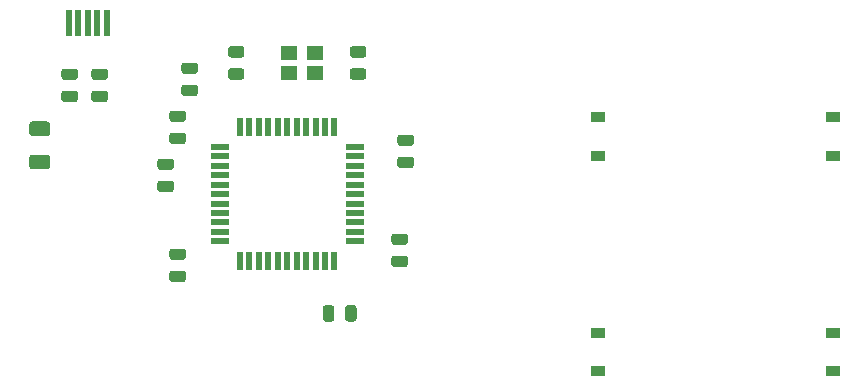
<source format=gbp>
%TF.GenerationSoftware,KiCad,Pcbnew,(5.1.6)-1*%
%TF.CreationDate,2020-06-28T09:04:37-05:00*%
%TF.ProjectId,PcbTUT,50636254-5554-42e6-9b69-6361645f7063,rev?*%
%TF.SameCoordinates,Original*%
%TF.FileFunction,Paste,Bot*%
%TF.FilePolarity,Positive*%
%FSLAX46Y46*%
G04 Gerber Fmt 4.6, Leading zero omitted, Abs format (unit mm)*
G04 Created by KiCad (PCBNEW (5.1.6)-1) date 2020-06-28 09:04:37*
%MOMM*%
%LPD*%
G01*
G04 APERTURE LIST*
%ADD10R,1.400000X1.200000*%
%ADD11R,0.500000X2.250000*%
%ADD12R,0.550000X1.500000*%
%ADD13R,1.500000X0.550000*%
%ADD14R,1.200000X0.900000*%
G04 APERTURE END LIST*
D10*
%TO.C,Y1*%
X91873250Y-88177000D03*
X89673250Y-88177000D03*
X89673250Y-89877000D03*
X91873250Y-89877000D03*
%TD*%
D11*
%TO.C,USB1*%
X71044000Y-85627600D03*
X71844000Y-85627600D03*
X72644000Y-85627600D03*
X73444000Y-85627600D03*
X74244000Y-85627600D03*
%TD*%
D12*
%TO.C,U1*%
X85535000Y-105839500D03*
X86335000Y-105839500D03*
X87135000Y-105839500D03*
X87935000Y-105839500D03*
X88735000Y-105839500D03*
X89535000Y-105839500D03*
X90335000Y-105839500D03*
X91135000Y-105839500D03*
X91935000Y-105839500D03*
X92735000Y-105839500D03*
X93535000Y-105839500D03*
D13*
X95235000Y-104139500D03*
X95235000Y-103339500D03*
X95235000Y-102539500D03*
X95235000Y-101739500D03*
X95235000Y-100939500D03*
X95235000Y-100139500D03*
X95235000Y-99339500D03*
X95235000Y-98539500D03*
X95235000Y-97739500D03*
X95235000Y-96939500D03*
X95235000Y-96139500D03*
D12*
X93535000Y-94439500D03*
X92735000Y-94439500D03*
X91935000Y-94439500D03*
X91135000Y-94439500D03*
X90335000Y-94439500D03*
X89535000Y-94439500D03*
X88735000Y-94439500D03*
X87935000Y-94439500D03*
X87135000Y-94439500D03*
X86335000Y-94439500D03*
X85535000Y-94439500D03*
D13*
X83835000Y-96139500D03*
X83835000Y-96939500D03*
X83835000Y-97739500D03*
X83835000Y-98539500D03*
X83835000Y-99339500D03*
X83835000Y-100139500D03*
X83835000Y-100939500D03*
X83835000Y-101739500D03*
X83835000Y-102539500D03*
X83835000Y-103339500D03*
X83835000Y-104139500D03*
%TD*%
%TO.C,R4*%
G36*
G01*
X71576250Y-90482000D02*
X70663750Y-90482000D01*
G75*
G02*
X70420000Y-90238250I0J243750D01*
G01*
X70420000Y-89750750D01*
G75*
G02*
X70663750Y-89507000I243750J0D01*
G01*
X71576250Y-89507000D01*
G75*
G02*
X71820000Y-89750750I0J-243750D01*
G01*
X71820000Y-90238250D01*
G75*
G02*
X71576250Y-90482000I-243750J0D01*
G01*
G37*
G36*
G01*
X71576250Y-92357000D02*
X70663750Y-92357000D01*
G75*
G02*
X70420000Y-92113250I0J243750D01*
G01*
X70420000Y-91625750D01*
G75*
G02*
X70663750Y-91382000I243750J0D01*
G01*
X71576250Y-91382000D01*
G75*
G02*
X71820000Y-91625750I0J-243750D01*
G01*
X71820000Y-92113250D01*
G75*
G02*
X71576250Y-92357000I-243750J0D01*
G01*
G37*
%TD*%
%TO.C,R3*%
G36*
G01*
X79807750Y-94938000D02*
X80720250Y-94938000D01*
G75*
G02*
X80964000Y-95181750I0J-243750D01*
G01*
X80964000Y-95669250D01*
G75*
G02*
X80720250Y-95913000I-243750J0D01*
G01*
X79807750Y-95913000D01*
G75*
G02*
X79564000Y-95669250I0J243750D01*
G01*
X79564000Y-95181750D01*
G75*
G02*
X79807750Y-94938000I243750J0D01*
G01*
G37*
G36*
G01*
X79807750Y-93063000D02*
X80720250Y-93063000D01*
G75*
G02*
X80964000Y-93306750I0J-243750D01*
G01*
X80964000Y-93794250D01*
G75*
G02*
X80720250Y-94038000I-243750J0D01*
G01*
X79807750Y-94038000D01*
G75*
G02*
X79564000Y-93794250I0J243750D01*
G01*
X79564000Y-93306750D01*
G75*
G02*
X79807750Y-93063000I243750J0D01*
G01*
G37*
%TD*%
%TO.C,R2*%
G36*
G01*
X74116250Y-90482000D02*
X73203750Y-90482000D01*
G75*
G02*
X72960000Y-90238250I0J243750D01*
G01*
X72960000Y-89750750D01*
G75*
G02*
X73203750Y-89507000I243750J0D01*
G01*
X74116250Y-89507000D01*
G75*
G02*
X74360000Y-89750750I0J-243750D01*
G01*
X74360000Y-90238250D01*
G75*
G02*
X74116250Y-90482000I-243750J0D01*
G01*
G37*
G36*
G01*
X74116250Y-92357000D02*
X73203750Y-92357000D01*
G75*
G02*
X72960000Y-92113250I0J243750D01*
G01*
X72960000Y-91625750D01*
G75*
G02*
X73203750Y-91382000I243750J0D01*
G01*
X74116250Y-91382000D01*
G75*
G02*
X74360000Y-91625750I0J-243750D01*
G01*
X74360000Y-92113250D01*
G75*
G02*
X74116250Y-92357000I-243750J0D01*
G01*
G37*
%TD*%
%TO.C,R1*%
G36*
G01*
X99516250Y-104452000D02*
X98603750Y-104452000D01*
G75*
G02*
X98360000Y-104208250I0J243750D01*
G01*
X98360000Y-103720750D01*
G75*
G02*
X98603750Y-103477000I243750J0D01*
G01*
X99516250Y-103477000D01*
G75*
G02*
X99760000Y-103720750I0J-243750D01*
G01*
X99760000Y-104208250D01*
G75*
G02*
X99516250Y-104452000I-243750J0D01*
G01*
G37*
G36*
G01*
X99516250Y-106327000D02*
X98603750Y-106327000D01*
G75*
G02*
X98360000Y-106083250I0J243750D01*
G01*
X98360000Y-105595750D01*
G75*
G02*
X98603750Y-105352000I243750J0D01*
G01*
X99516250Y-105352000D01*
G75*
G02*
X99760000Y-105595750I0J-243750D01*
G01*
X99760000Y-106083250D01*
G75*
G02*
X99516250Y-106327000I-243750J0D01*
G01*
G37*
%TD*%
%TO.C,F1*%
G36*
G01*
X69205000Y-95237000D02*
X67955000Y-95237000D01*
G75*
G02*
X67705000Y-94987000I0J250000D01*
G01*
X67705000Y-94237000D01*
G75*
G02*
X67955000Y-93987000I250000J0D01*
G01*
X69205000Y-93987000D01*
G75*
G02*
X69455000Y-94237000I0J-250000D01*
G01*
X69455000Y-94987000D01*
G75*
G02*
X69205000Y-95237000I-250000J0D01*
G01*
G37*
G36*
G01*
X69205000Y-98037000D02*
X67955000Y-98037000D01*
G75*
G02*
X67705000Y-97787000I0J250000D01*
G01*
X67705000Y-97037000D01*
G75*
G02*
X67955000Y-96787000I250000J0D01*
G01*
X69205000Y-96787000D01*
G75*
G02*
X69455000Y-97037000I0J-250000D01*
G01*
X69455000Y-97787000D01*
G75*
G02*
X69205000Y-98037000I-250000J0D01*
G01*
G37*
%TD*%
D14*
%TO.C,D4*%
X135731250Y-111856250D03*
X135731250Y-115156250D03*
%TD*%
%TO.C,D3*%
X115887500Y-111856250D03*
X115887500Y-115156250D03*
%TD*%
%TO.C,D2*%
X135731250Y-93600000D03*
X135731250Y-96900000D03*
%TD*%
%TO.C,D1*%
X115887500Y-93600000D03*
X115887500Y-96900000D03*
%TD*%
%TO.C,C7*%
G36*
G01*
X84760750Y-89477000D02*
X85673250Y-89477000D01*
G75*
G02*
X85917000Y-89720750I0J-243750D01*
G01*
X85917000Y-90208250D01*
G75*
G02*
X85673250Y-90452000I-243750J0D01*
G01*
X84760750Y-90452000D01*
G75*
G02*
X84517000Y-90208250I0J243750D01*
G01*
X84517000Y-89720750D01*
G75*
G02*
X84760750Y-89477000I243750J0D01*
G01*
G37*
G36*
G01*
X84760750Y-87602000D02*
X85673250Y-87602000D01*
G75*
G02*
X85917000Y-87845750I0J-243750D01*
G01*
X85917000Y-88333250D01*
G75*
G02*
X85673250Y-88577000I-243750J0D01*
G01*
X84760750Y-88577000D01*
G75*
G02*
X84517000Y-88333250I0J243750D01*
G01*
X84517000Y-87845750D01*
G75*
G02*
X84760750Y-87602000I243750J0D01*
G01*
G37*
%TD*%
%TO.C,c6*%
G36*
G01*
X95992000Y-88577000D02*
X95079500Y-88577000D01*
G75*
G02*
X94835750Y-88333250I0J243750D01*
G01*
X94835750Y-87845750D01*
G75*
G02*
X95079500Y-87602000I243750J0D01*
G01*
X95992000Y-87602000D01*
G75*
G02*
X96235750Y-87845750I0J-243750D01*
G01*
X96235750Y-88333250D01*
G75*
G02*
X95992000Y-88577000I-243750J0D01*
G01*
G37*
G36*
G01*
X95992000Y-90452000D02*
X95079500Y-90452000D01*
G75*
G02*
X94835750Y-90208250I0J243750D01*
G01*
X94835750Y-89720750D01*
G75*
G02*
X95079500Y-89477000I243750J0D01*
G01*
X95992000Y-89477000D01*
G75*
G02*
X96235750Y-89720750I0J-243750D01*
G01*
X96235750Y-90208250D01*
G75*
G02*
X95992000Y-90452000I-243750J0D01*
G01*
G37*
%TD*%
%TO.C,C5*%
G36*
G01*
X93530000Y-109779750D02*
X93530000Y-110692250D01*
G75*
G02*
X93286250Y-110936000I-243750J0D01*
G01*
X92798750Y-110936000D01*
G75*
G02*
X92555000Y-110692250I0J243750D01*
G01*
X92555000Y-109779750D01*
G75*
G02*
X92798750Y-109536000I243750J0D01*
G01*
X93286250Y-109536000D01*
G75*
G02*
X93530000Y-109779750I0J-243750D01*
G01*
G37*
G36*
G01*
X95405000Y-109779750D02*
X95405000Y-110692250D01*
G75*
G02*
X95161250Y-110936000I-243750J0D01*
G01*
X94673750Y-110936000D01*
G75*
G02*
X94430000Y-110692250I0J243750D01*
G01*
X94430000Y-109779750D01*
G75*
G02*
X94673750Y-109536000I243750J0D01*
G01*
X95161250Y-109536000D01*
G75*
G02*
X95405000Y-109779750I0J-243750D01*
G01*
G37*
%TD*%
%TO.C,C4*%
G36*
G01*
X81736250Y-89974000D02*
X80823750Y-89974000D01*
G75*
G02*
X80580000Y-89730250I0J243750D01*
G01*
X80580000Y-89242750D01*
G75*
G02*
X80823750Y-88999000I243750J0D01*
G01*
X81736250Y-88999000D01*
G75*
G02*
X81980000Y-89242750I0J-243750D01*
G01*
X81980000Y-89730250D01*
G75*
G02*
X81736250Y-89974000I-243750J0D01*
G01*
G37*
G36*
G01*
X81736250Y-91849000D02*
X80823750Y-91849000D01*
G75*
G02*
X80580000Y-91605250I0J243750D01*
G01*
X80580000Y-91117750D01*
G75*
G02*
X80823750Y-90874000I243750J0D01*
G01*
X81736250Y-90874000D01*
G75*
G02*
X81980000Y-91117750I0J-243750D01*
G01*
X81980000Y-91605250D01*
G75*
G02*
X81736250Y-91849000I-243750J0D01*
G01*
G37*
%TD*%
%TO.C,C3*%
G36*
G01*
X100024250Y-96070000D02*
X99111750Y-96070000D01*
G75*
G02*
X98868000Y-95826250I0J243750D01*
G01*
X98868000Y-95338750D01*
G75*
G02*
X99111750Y-95095000I243750J0D01*
G01*
X100024250Y-95095000D01*
G75*
G02*
X100268000Y-95338750I0J-243750D01*
G01*
X100268000Y-95826250D01*
G75*
G02*
X100024250Y-96070000I-243750J0D01*
G01*
G37*
G36*
G01*
X100024250Y-97945000D02*
X99111750Y-97945000D01*
G75*
G02*
X98868000Y-97701250I0J243750D01*
G01*
X98868000Y-97213750D01*
G75*
G02*
X99111750Y-96970000I243750J0D01*
G01*
X100024250Y-96970000D01*
G75*
G02*
X100268000Y-97213750I0J-243750D01*
G01*
X100268000Y-97701250D01*
G75*
G02*
X100024250Y-97945000I-243750J0D01*
G01*
G37*
%TD*%
%TO.C,C2*%
G36*
G01*
X79807750Y-106622000D02*
X80720250Y-106622000D01*
G75*
G02*
X80964000Y-106865750I0J-243750D01*
G01*
X80964000Y-107353250D01*
G75*
G02*
X80720250Y-107597000I-243750J0D01*
G01*
X79807750Y-107597000D01*
G75*
G02*
X79564000Y-107353250I0J243750D01*
G01*
X79564000Y-106865750D01*
G75*
G02*
X79807750Y-106622000I243750J0D01*
G01*
G37*
G36*
G01*
X79807750Y-104747000D02*
X80720250Y-104747000D01*
G75*
G02*
X80964000Y-104990750I0J-243750D01*
G01*
X80964000Y-105478250D01*
G75*
G02*
X80720250Y-105722000I-243750J0D01*
G01*
X79807750Y-105722000D01*
G75*
G02*
X79564000Y-105478250I0J243750D01*
G01*
X79564000Y-104990750D01*
G75*
G02*
X79807750Y-104747000I243750J0D01*
G01*
G37*
%TD*%
%TO.C,C1*%
G36*
G01*
X79704250Y-98102000D02*
X78791750Y-98102000D01*
G75*
G02*
X78548000Y-97858250I0J243750D01*
G01*
X78548000Y-97370750D01*
G75*
G02*
X78791750Y-97127000I243750J0D01*
G01*
X79704250Y-97127000D01*
G75*
G02*
X79948000Y-97370750I0J-243750D01*
G01*
X79948000Y-97858250D01*
G75*
G02*
X79704250Y-98102000I-243750J0D01*
G01*
G37*
G36*
G01*
X79704250Y-99977000D02*
X78791750Y-99977000D01*
G75*
G02*
X78548000Y-99733250I0J243750D01*
G01*
X78548000Y-99245750D01*
G75*
G02*
X78791750Y-99002000I243750J0D01*
G01*
X79704250Y-99002000D01*
G75*
G02*
X79948000Y-99245750I0J-243750D01*
G01*
X79948000Y-99733250D01*
G75*
G02*
X79704250Y-99977000I-243750J0D01*
G01*
G37*
%TD*%
M02*

</source>
